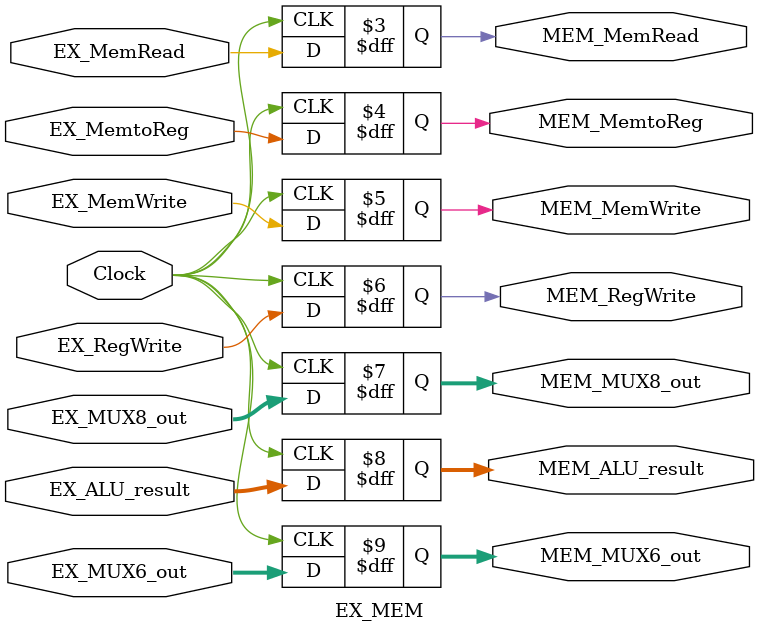
<source format=v>
module EX_MEM (MEM_MemRead, MEM_MemtoReg, MEM_MemWrite, MEM_RegWrite, MEM_ALU_result, MEM_MUX6_out, MEM_MUX8_out,
            Clock, EX_MemRead, EX_MemtoReg, EX_MemWrite, EX_RegWrite, EX_ALU_result, EX_MUX6_out, EX_MUX8_out);
    parameter rwidth = 5;
    parameter word = 32;
    input                   Clock,          EX_MemRead,     EX_MemtoReg,    EX_MemWrite,    EX_RegWrite;
    input   [rwidth - 1:0]  EX_MUX8_out;    
    input   [word - 1:0]    EX_ALU_result,  EX_MUX6_out;
    output                  MEM_MemRead,    MEM_MemtoReg,   MEM_MemWrite,   MEM_RegWrite;
    output  [rwidth - 1:0]  MEM_MUX8_out;
    output  [word - 1:0]    MEM_ALU_result, MEM_MUX6_out;
    reg                     MEM_MemRead,    MEM_MemtoReg,   MEM_MemWrite,   MEM_RegWrite;
    reg     [rwidth - 1:0]  MEM_MUX8_out;
    reg     [word - 1:0]    MEM_ALU_result, MEM_MUX6_out;

    initial begin
        MEM_MemRead     = 0;
        MEM_MemtoReg    = 0;
        MEM_MemWrite    = 0;
        MEM_RegWrite    = 0;
        MEM_ALU_result  = 0;
        MEM_MUX6_out    = 0;
        MEM_MUX8_out    = 0;
    end

    always @ (posedge Clock) begin
        MEM_MemRead     = EX_MemRead;
        MEM_MemtoReg    = EX_MemtoReg;
        MEM_MemWrite    = EX_MemWrite;
        MEM_RegWrite    = EX_RegWrite;
        MEM_ALU_result  = EX_ALU_result;
        MEM_MUX6_out    = EX_MUX6_out;
        MEM_MUX8_out    = EX_MUX8_out;
    end
endmodule
</source>
